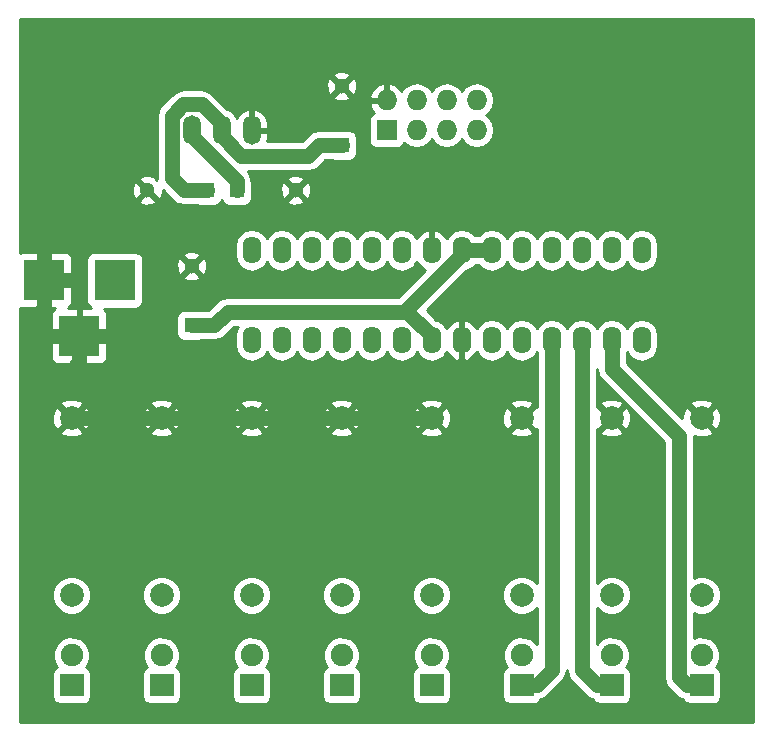
<source format=gbr>
G04 #@! TF.FileFunction,Copper,L1,Top,Signal*
%FSLAX46Y46*%
G04 Gerber Fmt 4.6, Leading zero omitted, Abs format (unit mm)*
G04 Created by KiCad (PCBNEW (2015-12-07 BZR 6352)-product) date Fri 05 Feb 2016 10:23:55 PM EST*
%MOMM*%
G01*
G04 APERTURE LIST*
%ADD10C,0.100000*%
%ADD11R,1.300000X1.300000*%
%ADD12C,1.300000*%
%ADD13R,3.500120X3.500120*%
%ADD14R,2.000000X1.900000*%
%ADD15C,1.900000*%
%ADD16O,1.600000X2.300000*%
%ADD17C,1.998980*%
%ADD18O,1.501140X2.499360*%
%ADD19R,1.727200X1.727200*%
%ADD20O,1.727200X1.727200*%
%ADD21C,1.270000*%
%ADD22C,0.254000*%
G04 APERTURE END LIST*
D10*
D11*
X19050000Y45720000D03*
D12*
X24050000Y45720000D03*
D11*
X16510000Y45720000D03*
D12*
X11510000Y45720000D03*
D13*
X8740140Y38100000D03*
X2740660Y38100000D03*
X5740400Y33401000D03*
D14*
X5080000Y3810000D03*
D15*
X5080000Y6350000D03*
D14*
X12700000Y3810000D03*
D15*
X12700000Y6350000D03*
D14*
X20320000Y3810000D03*
D15*
X20320000Y6350000D03*
D14*
X27940000Y3810000D03*
D15*
X27940000Y6350000D03*
D14*
X35560000Y3810000D03*
D15*
X35560000Y6350000D03*
D14*
X43180000Y3810000D03*
D15*
X43180000Y6350000D03*
D14*
X50800000Y3810000D03*
D15*
X50800000Y6350000D03*
D14*
X58420000Y3810000D03*
D15*
X58420000Y6350000D03*
D16*
X20320000Y33020000D03*
X22860000Y33020000D03*
X25400000Y33020000D03*
X27940000Y33020000D03*
X30480000Y33020000D03*
X33020000Y33020000D03*
X35560000Y33020000D03*
X38100000Y33020000D03*
X40640000Y33020000D03*
X43180000Y33020000D03*
X45720000Y33020000D03*
X48260000Y33020000D03*
X50800000Y33020000D03*
X53340000Y33020000D03*
X53340000Y40640000D03*
X50800000Y40640000D03*
X48260000Y40640000D03*
X45720000Y40640000D03*
X43180000Y40640000D03*
X40640000Y40640000D03*
X38100000Y40640000D03*
X35560000Y40640000D03*
X33020000Y40640000D03*
X30480000Y40640000D03*
X27940000Y40640000D03*
X25400000Y40640000D03*
X22860000Y40640000D03*
X20320000Y40640000D03*
D17*
X5080000Y26430000D03*
X5080000Y11430000D03*
X12700000Y26430000D03*
X12700000Y11430000D03*
X20320000Y26430000D03*
X20320000Y11430000D03*
X27940000Y26430000D03*
X27940000Y11430000D03*
X35560000Y26430000D03*
X35560000Y11430000D03*
X43180000Y26430000D03*
X43180000Y11430000D03*
X50800000Y26430000D03*
X50800000Y11430000D03*
X58420000Y26430000D03*
X58420000Y11430000D03*
D18*
X17780000Y50800000D03*
X20320000Y50800000D03*
X15240000Y50800000D03*
D19*
X31750000Y50800000D03*
D20*
X31750000Y53340000D03*
X34290000Y50800000D03*
X34290000Y53340000D03*
X36830000Y50800000D03*
X36830000Y53340000D03*
X39370000Y50800000D03*
X39370000Y53340000D03*
D11*
X15240000Y34290000D03*
D12*
X15240000Y39290000D03*
D11*
X27940000Y49530000D03*
D12*
X27940000Y54530000D03*
D21*
X19050000Y45720000D02*
X19050000Y46490890D01*
X15240000Y50300890D02*
X15240000Y50800000D01*
X19050000Y46490890D02*
X15240000Y50300890D01*
X38100000Y40640000D02*
X40640000Y40640000D01*
X33490000Y35440000D02*
X33490000Y35680000D01*
X33490000Y35680000D02*
X38100000Y40290000D01*
X38100000Y40290000D02*
X38100000Y40640000D01*
X15240000Y34290000D02*
X17160000Y34290000D01*
X17160000Y34290000D02*
X18310000Y35440000D01*
X18310000Y35440000D02*
X33490000Y35440000D01*
X33490000Y35440000D02*
X35560000Y33370000D01*
X35560000Y33370000D02*
X35560000Y33020000D01*
X5740400Y33401000D02*
X9779000Y33401000D01*
X5080000Y30480000D02*
X5740400Y31140400D01*
X5740400Y33401000D02*
X5740400Y31140400D01*
X2540000Y33220660D02*
X2720340Y33401000D01*
X5740400Y33401000D02*
X2720340Y33401000D01*
X2740660Y38100000D02*
X5080000Y38100000D01*
X2540000Y35560000D02*
X2740660Y35760660D01*
X2740660Y38100000D02*
X2740660Y35760660D01*
X2740660Y38100000D02*
X2740660Y40640000D01*
X2740660Y42979340D02*
X2740660Y40640000D01*
X12700000Y26430000D02*
X5080000Y26430000D01*
X20320000Y26430000D02*
X12700000Y26430000D01*
X27940000Y26430000D02*
X20320000Y26430000D01*
X35560000Y26430000D02*
X27940000Y26430000D01*
X17780000Y50800000D02*
X17780000Y50300890D01*
X19470380Y48610510D02*
X25100510Y48610510D01*
X17780000Y50300890D02*
X19470380Y48610510D01*
X25100510Y48610510D02*
X26020000Y49530000D01*
X26020000Y49530000D02*
X27940000Y49530000D01*
X17780000Y50800000D02*
X17780000Y51299110D01*
X17780000Y51299110D02*
X16089620Y52989490D01*
X16089620Y52989490D02*
X14539822Y52989490D01*
X14539822Y52989490D02*
X13549620Y51999288D01*
X16510000Y45720000D02*
X14590000Y45720000D01*
X14590000Y45720000D02*
X13549620Y46760380D01*
X13549620Y46760380D02*
X13549620Y51999288D01*
X44450000Y3810000D02*
X43180000Y3810000D01*
X45720000Y33020000D02*
X45720000Y5080000D01*
X44450000Y3810000D02*
X45720000Y5080000D01*
X48260000Y5080000D02*
X48260000Y33020000D01*
X49530000Y3810000D02*
X48260000Y5080000D01*
X49530000Y3810000D02*
X50800000Y3810000D01*
X58420000Y3810000D02*
X57150000Y3810000D01*
X57150000Y3810000D02*
X56480709Y4479291D01*
X56480709Y4479291D02*
X56480709Y24919291D01*
X56480709Y24919291D02*
X50800000Y30600000D01*
X50800000Y30600000D02*
X50800000Y33020000D01*
D22*
G36*
X62790000Y710000D02*
X710000Y710000D01*
X710000Y4760000D01*
X3432560Y4760000D01*
X3432560Y2860000D01*
X3476838Y2624683D01*
X3615910Y2408559D01*
X3828110Y2263569D01*
X4080000Y2212560D01*
X6080000Y2212560D01*
X6315317Y2256838D01*
X6531441Y2395910D01*
X6676431Y2608110D01*
X6727440Y2860000D01*
X6727440Y4760000D01*
X11052560Y4760000D01*
X11052560Y2860000D01*
X11096838Y2624683D01*
X11235910Y2408559D01*
X11448110Y2263569D01*
X11700000Y2212560D01*
X13700000Y2212560D01*
X13935317Y2256838D01*
X14151441Y2395910D01*
X14296431Y2608110D01*
X14347440Y2860000D01*
X14347440Y4760000D01*
X18672560Y4760000D01*
X18672560Y2860000D01*
X18716838Y2624683D01*
X18855910Y2408559D01*
X19068110Y2263569D01*
X19320000Y2212560D01*
X21320000Y2212560D01*
X21555317Y2256838D01*
X21771441Y2395910D01*
X21916431Y2608110D01*
X21967440Y2860000D01*
X21967440Y4760000D01*
X26292560Y4760000D01*
X26292560Y2860000D01*
X26336838Y2624683D01*
X26475910Y2408559D01*
X26688110Y2263569D01*
X26940000Y2212560D01*
X28940000Y2212560D01*
X29175317Y2256838D01*
X29391441Y2395910D01*
X29536431Y2608110D01*
X29587440Y2860000D01*
X29587440Y4760000D01*
X33912560Y4760000D01*
X33912560Y2860000D01*
X33956838Y2624683D01*
X34095910Y2408559D01*
X34308110Y2263569D01*
X34560000Y2212560D01*
X36560000Y2212560D01*
X36795317Y2256838D01*
X37011441Y2395910D01*
X37156431Y2608110D01*
X37207440Y2860000D01*
X37207440Y4760000D01*
X37163162Y4995317D01*
X37024090Y5211441D01*
X36811890Y5356431D01*
X36808808Y5357055D01*
X36902914Y5450997D01*
X37144724Y6033341D01*
X37145275Y6663893D01*
X36904481Y7246657D01*
X36459003Y7692914D01*
X35876659Y7934724D01*
X35246107Y7935275D01*
X34663343Y7694481D01*
X34217086Y7249003D01*
X33975276Y6666659D01*
X33974725Y6036107D01*
X34215519Y5453343D01*
X34313029Y5355663D01*
X34108559Y5224090D01*
X33963569Y5011890D01*
X33912560Y4760000D01*
X29587440Y4760000D01*
X29543162Y4995317D01*
X29404090Y5211441D01*
X29191890Y5356431D01*
X29188808Y5357055D01*
X29282914Y5450997D01*
X29524724Y6033341D01*
X29525275Y6663893D01*
X29284481Y7246657D01*
X28839003Y7692914D01*
X28256659Y7934724D01*
X27626107Y7935275D01*
X27043343Y7694481D01*
X26597086Y7249003D01*
X26355276Y6666659D01*
X26354725Y6036107D01*
X26595519Y5453343D01*
X26693029Y5355663D01*
X26488559Y5224090D01*
X26343569Y5011890D01*
X26292560Y4760000D01*
X21967440Y4760000D01*
X21923162Y4995317D01*
X21784090Y5211441D01*
X21571890Y5356431D01*
X21568808Y5357055D01*
X21662914Y5450997D01*
X21904724Y6033341D01*
X21905275Y6663893D01*
X21664481Y7246657D01*
X21219003Y7692914D01*
X20636659Y7934724D01*
X20006107Y7935275D01*
X19423343Y7694481D01*
X18977086Y7249003D01*
X18735276Y6666659D01*
X18734725Y6036107D01*
X18975519Y5453343D01*
X19073029Y5355663D01*
X18868559Y5224090D01*
X18723569Y5011890D01*
X18672560Y4760000D01*
X14347440Y4760000D01*
X14303162Y4995317D01*
X14164090Y5211441D01*
X13951890Y5356431D01*
X13948808Y5357055D01*
X14042914Y5450997D01*
X14284724Y6033341D01*
X14285275Y6663893D01*
X14044481Y7246657D01*
X13599003Y7692914D01*
X13016659Y7934724D01*
X12386107Y7935275D01*
X11803343Y7694481D01*
X11357086Y7249003D01*
X11115276Y6666659D01*
X11114725Y6036107D01*
X11355519Y5453343D01*
X11453029Y5355663D01*
X11248559Y5224090D01*
X11103569Y5011890D01*
X11052560Y4760000D01*
X6727440Y4760000D01*
X6683162Y4995317D01*
X6544090Y5211441D01*
X6331890Y5356431D01*
X6328808Y5357055D01*
X6422914Y5450997D01*
X6664724Y6033341D01*
X6665275Y6663893D01*
X6424481Y7246657D01*
X5979003Y7692914D01*
X5396659Y7934724D01*
X4766107Y7935275D01*
X4183343Y7694481D01*
X3737086Y7249003D01*
X3495276Y6666659D01*
X3494725Y6036107D01*
X3735519Y5453343D01*
X3833029Y5355663D01*
X3628559Y5224090D01*
X3483569Y5011890D01*
X3432560Y4760000D01*
X710000Y4760000D01*
X710000Y11106306D01*
X3445226Y11106306D01*
X3693538Y10505345D01*
X4152927Y10045154D01*
X4753453Y9795794D01*
X5403694Y9795226D01*
X6004655Y10043538D01*
X6464846Y10502927D01*
X6714206Y11103453D01*
X6714208Y11106306D01*
X11065226Y11106306D01*
X11313538Y10505345D01*
X11772927Y10045154D01*
X12373453Y9795794D01*
X13023694Y9795226D01*
X13624655Y10043538D01*
X14084846Y10502927D01*
X14334206Y11103453D01*
X14334208Y11106306D01*
X18685226Y11106306D01*
X18933538Y10505345D01*
X19392927Y10045154D01*
X19993453Y9795794D01*
X20643694Y9795226D01*
X21244655Y10043538D01*
X21704846Y10502927D01*
X21954206Y11103453D01*
X21954208Y11106306D01*
X26305226Y11106306D01*
X26553538Y10505345D01*
X27012927Y10045154D01*
X27613453Y9795794D01*
X28263694Y9795226D01*
X28864655Y10043538D01*
X29324846Y10502927D01*
X29574206Y11103453D01*
X29574208Y11106306D01*
X33925226Y11106306D01*
X34173538Y10505345D01*
X34632927Y10045154D01*
X35233453Y9795794D01*
X35883694Y9795226D01*
X36484655Y10043538D01*
X36944846Y10502927D01*
X37194206Y11103453D01*
X37194774Y11753694D01*
X36946462Y12354655D01*
X36487073Y12814846D01*
X35886547Y13064206D01*
X35236306Y13064774D01*
X34635345Y12816462D01*
X34175154Y12357073D01*
X33925794Y11756547D01*
X33925226Y11106306D01*
X29574208Y11106306D01*
X29574774Y11753694D01*
X29326462Y12354655D01*
X28867073Y12814846D01*
X28266547Y13064206D01*
X27616306Y13064774D01*
X27015345Y12816462D01*
X26555154Y12357073D01*
X26305794Y11756547D01*
X26305226Y11106306D01*
X21954208Y11106306D01*
X21954774Y11753694D01*
X21706462Y12354655D01*
X21247073Y12814846D01*
X20646547Y13064206D01*
X19996306Y13064774D01*
X19395345Y12816462D01*
X18935154Y12357073D01*
X18685794Y11756547D01*
X18685226Y11106306D01*
X14334208Y11106306D01*
X14334774Y11753694D01*
X14086462Y12354655D01*
X13627073Y12814846D01*
X13026547Y13064206D01*
X12376306Y13064774D01*
X11775345Y12816462D01*
X11315154Y12357073D01*
X11065794Y11756547D01*
X11065226Y11106306D01*
X6714208Y11106306D01*
X6714774Y11753694D01*
X6466462Y12354655D01*
X6007073Y12814846D01*
X5406547Y13064206D01*
X4756306Y13064774D01*
X4155345Y12816462D01*
X3695154Y12357073D01*
X3445794Y11756547D01*
X3445226Y11106306D01*
X710000Y11106306D01*
X710000Y25277837D01*
X4107443Y25277837D01*
X4206042Y25011035D01*
X4815582Y24784599D01*
X5465377Y24808659D01*
X5953958Y25011035D01*
X6052557Y25277837D01*
X11727443Y25277837D01*
X11826042Y25011035D01*
X12435582Y24784599D01*
X13085377Y24808659D01*
X13573958Y25011035D01*
X13672557Y25277837D01*
X19347443Y25277837D01*
X19446042Y25011035D01*
X20055582Y24784599D01*
X20705377Y24808659D01*
X21193958Y25011035D01*
X21292557Y25277837D01*
X26967443Y25277837D01*
X27066042Y25011035D01*
X27675582Y24784599D01*
X28325377Y24808659D01*
X28813958Y25011035D01*
X28912557Y25277837D01*
X34587443Y25277837D01*
X34686042Y25011035D01*
X35295582Y24784599D01*
X35945377Y24808659D01*
X36433958Y25011035D01*
X36532557Y25277837D01*
X42207443Y25277837D01*
X42306042Y25011035D01*
X42915582Y24784599D01*
X43565377Y24808659D01*
X44053958Y25011035D01*
X44152557Y25277837D01*
X43180000Y26250395D01*
X42207443Y25277837D01*
X36532557Y25277837D01*
X35560000Y26250395D01*
X34587443Y25277837D01*
X28912557Y25277837D01*
X27940000Y26250395D01*
X26967443Y25277837D01*
X21292557Y25277837D01*
X20320000Y26250395D01*
X19347443Y25277837D01*
X13672557Y25277837D01*
X12700000Y26250395D01*
X11727443Y25277837D01*
X6052557Y25277837D01*
X5080000Y26250395D01*
X4107443Y25277837D01*
X710000Y25277837D01*
X710000Y26694418D01*
X3434599Y26694418D01*
X3458659Y26044623D01*
X3661035Y25556042D01*
X3927837Y25457443D01*
X4900395Y26430000D01*
X5259605Y26430000D01*
X6232163Y25457443D01*
X6498965Y25556042D01*
X6725401Y26165582D01*
X6705820Y26694418D01*
X11054599Y26694418D01*
X11078659Y26044623D01*
X11281035Y25556042D01*
X11547837Y25457443D01*
X12520395Y26430000D01*
X12879605Y26430000D01*
X13852163Y25457443D01*
X14118965Y25556042D01*
X14345401Y26165582D01*
X14325820Y26694418D01*
X18674599Y26694418D01*
X18698659Y26044623D01*
X18901035Y25556042D01*
X19167837Y25457443D01*
X20140395Y26430000D01*
X20499605Y26430000D01*
X21472163Y25457443D01*
X21738965Y25556042D01*
X21965401Y26165582D01*
X21945820Y26694418D01*
X26294599Y26694418D01*
X26318659Y26044623D01*
X26521035Y25556042D01*
X26787837Y25457443D01*
X27760395Y26430000D01*
X28119605Y26430000D01*
X29092163Y25457443D01*
X29358965Y25556042D01*
X29585401Y26165582D01*
X29565820Y26694418D01*
X33914599Y26694418D01*
X33938659Y26044623D01*
X34141035Y25556042D01*
X34407837Y25457443D01*
X35380395Y26430000D01*
X35739605Y26430000D01*
X36712163Y25457443D01*
X36978965Y25556042D01*
X37205401Y26165582D01*
X37185820Y26694418D01*
X41534599Y26694418D01*
X41558659Y26044623D01*
X41761035Y25556042D01*
X42027837Y25457443D01*
X43000395Y26430000D01*
X42027837Y27402557D01*
X41761035Y27303958D01*
X41534599Y26694418D01*
X37185820Y26694418D01*
X37181341Y26815377D01*
X36978965Y27303958D01*
X36712163Y27402557D01*
X35739605Y26430000D01*
X35380395Y26430000D01*
X34407837Y27402557D01*
X34141035Y27303958D01*
X33914599Y26694418D01*
X29565820Y26694418D01*
X29561341Y26815377D01*
X29358965Y27303958D01*
X29092163Y27402557D01*
X28119605Y26430000D01*
X27760395Y26430000D01*
X26787837Y27402557D01*
X26521035Y27303958D01*
X26294599Y26694418D01*
X21945820Y26694418D01*
X21941341Y26815377D01*
X21738965Y27303958D01*
X21472163Y27402557D01*
X20499605Y26430000D01*
X20140395Y26430000D01*
X19167837Y27402557D01*
X18901035Y27303958D01*
X18674599Y26694418D01*
X14325820Y26694418D01*
X14321341Y26815377D01*
X14118965Y27303958D01*
X13852163Y27402557D01*
X12879605Y26430000D01*
X12520395Y26430000D01*
X11547837Y27402557D01*
X11281035Y27303958D01*
X11054599Y26694418D01*
X6705820Y26694418D01*
X6701341Y26815377D01*
X6498965Y27303958D01*
X6232163Y27402557D01*
X5259605Y26430000D01*
X4900395Y26430000D01*
X3927837Y27402557D01*
X3661035Y27303958D01*
X3434599Y26694418D01*
X710000Y26694418D01*
X710000Y27582163D01*
X4107443Y27582163D01*
X5080000Y26609605D01*
X6052557Y27582163D01*
X11727443Y27582163D01*
X12700000Y26609605D01*
X13672557Y27582163D01*
X19347443Y27582163D01*
X20320000Y26609605D01*
X21292557Y27582163D01*
X26967443Y27582163D01*
X27940000Y26609605D01*
X28912557Y27582163D01*
X34587443Y27582163D01*
X35560000Y26609605D01*
X36532557Y27582163D01*
X42207443Y27582163D01*
X43180000Y26609605D01*
X44152557Y27582163D01*
X44053958Y27848965D01*
X43444418Y28075401D01*
X42794623Y28051341D01*
X42306042Y27848965D01*
X42207443Y27582163D01*
X36532557Y27582163D01*
X36433958Y27848965D01*
X35824418Y28075401D01*
X35174623Y28051341D01*
X34686042Y27848965D01*
X34587443Y27582163D01*
X28912557Y27582163D01*
X28813958Y27848965D01*
X28204418Y28075401D01*
X27554623Y28051341D01*
X27066042Y27848965D01*
X26967443Y27582163D01*
X21292557Y27582163D01*
X21193958Y27848965D01*
X20584418Y28075401D01*
X19934623Y28051341D01*
X19446042Y27848965D01*
X19347443Y27582163D01*
X13672557Y27582163D01*
X13573958Y27848965D01*
X12964418Y28075401D01*
X12314623Y28051341D01*
X11826042Y27848965D01*
X11727443Y27582163D01*
X6052557Y27582163D01*
X5953958Y27848965D01*
X5344418Y28075401D01*
X4694623Y28051341D01*
X4206042Y27848965D01*
X4107443Y27582163D01*
X710000Y27582163D01*
X710000Y33115250D01*
X3355340Y33115250D01*
X3355340Y31524630D01*
X3452013Y31291241D01*
X3630642Y31112613D01*
X3864031Y31015940D01*
X5454650Y31015940D01*
X5613400Y31174690D01*
X5613400Y33274000D01*
X5867400Y33274000D01*
X5867400Y31174690D01*
X6026150Y31015940D01*
X7616769Y31015940D01*
X7850158Y31112613D01*
X8028787Y31291241D01*
X8125460Y31524630D01*
X8125460Y33115250D01*
X7966710Y33274000D01*
X5867400Y33274000D01*
X5613400Y33274000D01*
X3514090Y33274000D01*
X3355340Y33115250D01*
X710000Y33115250D01*
X710000Y35778849D01*
X864291Y35714940D01*
X2454910Y35714940D01*
X2613660Y35873690D01*
X2613660Y37973000D01*
X2867660Y37973000D01*
X2867660Y35873690D01*
X3026410Y35714940D01*
X3692332Y35714940D01*
X3630642Y35689387D01*
X3452013Y35510759D01*
X3355340Y35277370D01*
X3355340Y33686750D01*
X3514090Y33528000D01*
X5613400Y33528000D01*
X5613400Y35627310D01*
X5867400Y35627310D01*
X5867400Y33528000D01*
X7966710Y33528000D01*
X8125460Y33686750D01*
X8125460Y34940000D01*
X13942560Y34940000D01*
X13942560Y33640000D01*
X13986838Y33404683D01*
X14125910Y33188559D01*
X14338110Y33043569D01*
X14590000Y32992560D01*
X15890000Y32992560D01*
X16035831Y33020000D01*
X17159995Y33020000D01*
X17160000Y33019999D01*
X17646008Y33116673D01*
X18058026Y33391974D01*
X18836051Y34170000D01*
X19138479Y34170000D01*
X18994233Y33954121D01*
X18885000Y33404970D01*
X18885000Y32635030D01*
X18994233Y32085879D01*
X19305302Y31620332D01*
X19770849Y31309263D01*
X20320000Y31200030D01*
X20869151Y31309263D01*
X21334698Y31620332D01*
X21590000Y32002418D01*
X21845302Y31620332D01*
X22310849Y31309263D01*
X22860000Y31200030D01*
X23409151Y31309263D01*
X23874698Y31620332D01*
X24130000Y32002418D01*
X24385302Y31620332D01*
X24850849Y31309263D01*
X25400000Y31200030D01*
X25949151Y31309263D01*
X26414698Y31620332D01*
X26670000Y32002418D01*
X26925302Y31620332D01*
X27390849Y31309263D01*
X27940000Y31200030D01*
X28489151Y31309263D01*
X28954698Y31620332D01*
X29210000Y32002418D01*
X29465302Y31620332D01*
X29930849Y31309263D01*
X30480000Y31200030D01*
X31029151Y31309263D01*
X31494698Y31620332D01*
X31750000Y32002418D01*
X32005302Y31620332D01*
X32470849Y31309263D01*
X33020000Y31200030D01*
X33569151Y31309263D01*
X34034698Y31620332D01*
X34290000Y32002418D01*
X34545302Y31620332D01*
X35010849Y31309263D01*
X35560000Y31200030D01*
X36109151Y31309263D01*
X36574698Y31620332D01*
X36827149Y31998151D01*
X37175104Y31565500D01*
X37668181Y31295633D01*
X37750961Y31278096D01*
X37973000Y31400085D01*
X37973000Y32893000D01*
X37953000Y32893000D01*
X37953000Y33147000D01*
X37973000Y33147000D01*
X37973000Y34639915D01*
X38227000Y34639915D01*
X38227000Y33147000D01*
X38247000Y33147000D01*
X38247000Y32893000D01*
X38227000Y32893000D01*
X38227000Y31400085D01*
X38449039Y31278096D01*
X38531819Y31295633D01*
X39024896Y31565500D01*
X39372851Y31998151D01*
X39625302Y31620332D01*
X40090849Y31309263D01*
X40640000Y31200030D01*
X41189151Y31309263D01*
X41654698Y31620332D01*
X41910000Y32002418D01*
X42165302Y31620332D01*
X42630849Y31309263D01*
X43180000Y31200030D01*
X43729151Y31309263D01*
X44194698Y31620332D01*
X44450000Y32002418D01*
X44450000Y27359009D01*
X44332163Y27402557D01*
X43359605Y26430000D01*
X44332163Y25457443D01*
X44450000Y25500991D01*
X44450000Y12471320D01*
X44107073Y12814846D01*
X43506547Y13064206D01*
X42856306Y13064774D01*
X42255345Y12816462D01*
X41795154Y12357073D01*
X41545794Y11756547D01*
X41545226Y11106306D01*
X41793538Y10505345D01*
X42252927Y10045154D01*
X42853453Y9795794D01*
X43503694Y9795226D01*
X44104655Y10043538D01*
X44450000Y10388281D01*
X44450000Y7321268D01*
X44079003Y7692914D01*
X43496659Y7934724D01*
X42866107Y7935275D01*
X42283343Y7694481D01*
X41837086Y7249003D01*
X41595276Y6666659D01*
X41594725Y6036107D01*
X41835519Y5453343D01*
X41933029Y5355663D01*
X41728559Y5224090D01*
X41583569Y5011890D01*
X41532560Y4760000D01*
X41532560Y2860000D01*
X41576838Y2624683D01*
X41715910Y2408559D01*
X41928110Y2263569D01*
X42180000Y2212560D01*
X44180000Y2212560D01*
X44415317Y2256838D01*
X44631441Y2395910D01*
X44773917Y2604431D01*
X44936008Y2636673D01*
X45348026Y2911974D01*
X46618023Y4181972D01*
X46618026Y4181974D01*
X46893327Y4593992D01*
X46990000Y5079997D01*
X47086673Y4593992D01*
X47361974Y4181974D01*
X48631972Y2911977D01*
X48631974Y2911974D01*
X49043992Y2636673D01*
X49210426Y2603567D01*
X49335910Y2408559D01*
X49548110Y2263569D01*
X49800000Y2212560D01*
X51800000Y2212560D01*
X52035317Y2256838D01*
X52251441Y2395910D01*
X52396431Y2608110D01*
X52447440Y2860000D01*
X52447440Y4760000D01*
X52403162Y4995317D01*
X52264090Y5211441D01*
X52051890Y5356431D01*
X52048808Y5357055D01*
X52142914Y5450997D01*
X52384724Y6033341D01*
X52385275Y6663893D01*
X52144481Y7246657D01*
X51699003Y7692914D01*
X51116659Y7934724D01*
X50486107Y7935275D01*
X49903343Y7694481D01*
X49530000Y7321790D01*
X49530000Y10388680D01*
X49872927Y10045154D01*
X50473453Y9795794D01*
X51123694Y9795226D01*
X51724655Y10043538D01*
X52184846Y10502927D01*
X52434206Y11103453D01*
X52434774Y11753694D01*
X52186462Y12354655D01*
X51727073Y12814846D01*
X51126547Y13064206D01*
X50476306Y13064774D01*
X49875345Y12816462D01*
X49530000Y12471719D01*
X49530000Y25277837D01*
X49827443Y25277837D01*
X49926042Y25011035D01*
X50535582Y24784599D01*
X51185377Y24808659D01*
X51673958Y25011035D01*
X51772557Y25277837D01*
X50800000Y26250395D01*
X49827443Y25277837D01*
X49530000Y25277837D01*
X49530000Y25500991D01*
X49647837Y25457443D01*
X50620395Y26430000D01*
X50979605Y26430000D01*
X51952163Y25457443D01*
X52218965Y25556042D01*
X52445401Y26165582D01*
X52421341Y26815377D01*
X52218965Y27303958D01*
X51952163Y27402557D01*
X50979605Y26430000D01*
X50620395Y26430000D01*
X49647837Y27402557D01*
X49530000Y27359009D01*
X49530000Y27582163D01*
X49827443Y27582163D01*
X50800000Y26609605D01*
X51772557Y27582163D01*
X51673958Y27848965D01*
X51064418Y28075401D01*
X50414623Y28051341D01*
X49926042Y27848965D01*
X49827443Y27582163D01*
X49530000Y27582163D01*
X49530000Y30599995D01*
X49626673Y30113992D01*
X49901974Y29701974D01*
X55210709Y24393240D01*
X55210709Y4479296D01*
X55210708Y4479291D01*
X55307382Y3993283D01*
X55582683Y3581265D01*
X56251972Y2911977D01*
X56251974Y2911974D01*
X56663992Y2636673D01*
X56830426Y2603567D01*
X56955910Y2408559D01*
X57168110Y2263569D01*
X57420000Y2212560D01*
X59420000Y2212560D01*
X59655317Y2256838D01*
X59871441Y2395910D01*
X60016431Y2608110D01*
X60067440Y2860000D01*
X60067440Y4760000D01*
X60023162Y4995317D01*
X59884090Y5211441D01*
X59671890Y5356431D01*
X59668808Y5357055D01*
X59762914Y5450997D01*
X60004724Y6033341D01*
X60005275Y6663893D01*
X59764481Y7246657D01*
X59319003Y7692914D01*
X58736659Y7934724D01*
X58106107Y7935275D01*
X57750709Y7788427D01*
X57750709Y9938114D01*
X58093453Y9795794D01*
X58743694Y9795226D01*
X59344655Y10043538D01*
X59804846Y10502927D01*
X60054206Y11103453D01*
X60054774Y11753694D01*
X59806462Y12354655D01*
X59347073Y12814846D01*
X58746547Y13064206D01*
X58096306Y13064774D01*
X57750709Y12921976D01*
X57750709Y24919286D01*
X57750710Y24919291D01*
X57747335Y24936257D01*
X58155582Y24784599D01*
X58805377Y24808659D01*
X59293958Y25011035D01*
X59392557Y25277837D01*
X58420000Y26250395D01*
X58405858Y26236252D01*
X58226252Y26415858D01*
X58240395Y26430000D01*
X58599605Y26430000D01*
X59572163Y25457443D01*
X59838965Y25556042D01*
X60065401Y26165582D01*
X60041341Y26815377D01*
X59838965Y27303958D01*
X59572163Y27402557D01*
X58599605Y26430000D01*
X58240395Y26430000D01*
X57267837Y27402557D01*
X57001035Y27303958D01*
X56774599Y26694418D01*
X56785095Y26410956D01*
X55613889Y27582163D01*
X57447443Y27582163D01*
X58420000Y26609605D01*
X59392557Y27582163D01*
X59293958Y27848965D01*
X58684418Y28075401D01*
X58034623Y28051341D01*
X57546042Y27848965D01*
X57447443Y27582163D01*
X55613889Y27582163D01*
X52070000Y31126052D01*
X52070000Y32002418D01*
X52325302Y31620332D01*
X52790849Y31309263D01*
X53340000Y31200030D01*
X53889151Y31309263D01*
X54354698Y31620332D01*
X54665767Y32085879D01*
X54775000Y32635030D01*
X54775000Y33404970D01*
X54665767Y33954121D01*
X54354698Y34419668D01*
X53889151Y34730737D01*
X53340000Y34839970D01*
X52790849Y34730737D01*
X52325302Y34419668D01*
X52070000Y34037582D01*
X51814698Y34419668D01*
X51349151Y34730737D01*
X50800000Y34839970D01*
X50250849Y34730737D01*
X49785302Y34419668D01*
X49530000Y34037582D01*
X49274698Y34419668D01*
X48809151Y34730737D01*
X48260000Y34839970D01*
X47710849Y34730737D01*
X47245302Y34419668D01*
X46990000Y34037582D01*
X46734698Y34419668D01*
X46269151Y34730737D01*
X45720000Y34839970D01*
X45170849Y34730737D01*
X44705302Y34419668D01*
X44450000Y34037582D01*
X44194698Y34419668D01*
X43729151Y34730737D01*
X43180000Y34839970D01*
X42630849Y34730737D01*
X42165302Y34419668D01*
X41910000Y34037582D01*
X41654698Y34419668D01*
X41189151Y34730737D01*
X40640000Y34839970D01*
X40090849Y34730737D01*
X39625302Y34419668D01*
X39372851Y34041849D01*
X39024896Y34474500D01*
X38531819Y34744367D01*
X38449039Y34761904D01*
X38227000Y34639915D01*
X37973000Y34639915D01*
X37750961Y34761904D01*
X37668181Y34744367D01*
X37175104Y34474500D01*
X36827149Y34041849D01*
X36574698Y34419668D01*
X36109151Y34730737D01*
X35967049Y34759003D01*
X35166052Y35560000D01*
X38507048Y38900997D01*
X38649151Y38929263D01*
X39114698Y39240332D01*
X39201340Y39370000D01*
X39538660Y39370000D01*
X39625302Y39240332D01*
X40090849Y38929263D01*
X40640000Y38820030D01*
X41189151Y38929263D01*
X41654698Y39240332D01*
X41910000Y39622418D01*
X42165302Y39240332D01*
X42630849Y38929263D01*
X43180000Y38820030D01*
X43729151Y38929263D01*
X44194698Y39240332D01*
X44450000Y39622418D01*
X44705302Y39240332D01*
X45170849Y38929263D01*
X45720000Y38820030D01*
X46269151Y38929263D01*
X46734698Y39240332D01*
X46990000Y39622418D01*
X47245302Y39240332D01*
X47710849Y38929263D01*
X48260000Y38820030D01*
X48809151Y38929263D01*
X49274698Y39240332D01*
X49530000Y39622418D01*
X49785302Y39240332D01*
X50250849Y38929263D01*
X50800000Y38820030D01*
X51349151Y38929263D01*
X51814698Y39240332D01*
X52070000Y39622418D01*
X52325302Y39240332D01*
X52790849Y38929263D01*
X53340000Y38820030D01*
X53889151Y38929263D01*
X54354698Y39240332D01*
X54665767Y39705879D01*
X54775000Y40255030D01*
X54775000Y41024970D01*
X54665767Y41574121D01*
X54354698Y42039668D01*
X53889151Y42350737D01*
X53340000Y42459970D01*
X52790849Y42350737D01*
X52325302Y42039668D01*
X52070000Y41657582D01*
X51814698Y42039668D01*
X51349151Y42350737D01*
X50800000Y42459970D01*
X50250849Y42350737D01*
X49785302Y42039668D01*
X49530000Y41657582D01*
X49274698Y42039668D01*
X48809151Y42350737D01*
X48260000Y42459970D01*
X47710849Y42350737D01*
X47245302Y42039668D01*
X46990000Y41657582D01*
X46734698Y42039668D01*
X46269151Y42350737D01*
X45720000Y42459970D01*
X45170849Y42350737D01*
X44705302Y42039668D01*
X44450000Y41657582D01*
X44194698Y42039668D01*
X43729151Y42350737D01*
X43180000Y42459970D01*
X42630849Y42350737D01*
X42165302Y42039668D01*
X41910000Y41657582D01*
X41654698Y42039668D01*
X41189151Y42350737D01*
X40640000Y42459970D01*
X40090849Y42350737D01*
X39625302Y42039668D01*
X39538660Y41910000D01*
X39201340Y41910000D01*
X39114698Y42039668D01*
X38649151Y42350737D01*
X38100000Y42459970D01*
X37550849Y42350737D01*
X37085302Y42039668D01*
X36832851Y41661849D01*
X36484896Y42094500D01*
X35991819Y42364367D01*
X35909039Y42381904D01*
X35687000Y42259915D01*
X35687000Y40767000D01*
X35707000Y40767000D01*
X35707000Y40513000D01*
X35687000Y40513000D01*
X35687000Y40493000D01*
X35433000Y40493000D01*
X35433000Y40513000D01*
X35413000Y40513000D01*
X35413000Y40767000D01*
X35433000Y40767000D01*
X35433000Y42259915D01*
X35210961Y42381904D01*
X35128181Y42364367D01*
X34635104Y42094500D01*
X34287149Y41661849D01*
X34034698Y42039668D01*
X33569151Y42350737D01*
X33020000Y42459970D01*
X32470849Y42350737D01*
X32005302Y42039668D01*
X31750000Y41657582D01*
X31494698Y42039668D01*
X31029151Y42350737D01*
X30480000Y42459970D01*
X29930849Y42350737D01*
X29465302Y42039668D01*
X29210000Y41657582D01*
X28954698Y42039668D01*
X28489151Y42350737D01*
X27940000Y42459970D01*
X27390849Y42350737D01*
X26925302Y42039668D01*
X26670000Y41657582D01*
X26414698Y42039668D01*
X25949151Y42350737D01*
X25400000Y42459970D01*
X24850849Y42350737D01*
X24385302Y42039668D01*
X24130000Y41657582D01*
X23874698Y42039668D01*
X23409151Y42350737D01*
X22860000Y42459970D01*
X22310849Y42350737D01*
X21845302Y42039668D01*
X21590000Y41657582D01*
X21334698Y42039668D01*
X20869151Y42350737D01*
X20320000Y42459970D01*
X19770849Y42350737D01*
X19305302Y42039668D01*
X18994233Y41574121D01*
X18885000Y41024970D01*
X18885000Y40255030D01*
X18994233Y39705879D01*
X19305302Y39240332D01*
X19770849Y38929263D01*
X20320000Y38820030D01*
X20869151Y38929263D01*
X21334698Y39240332D01*
X21590000Y39622418D01*
X21845302Y39240332D01*
X22310849Y38929263D01*
X22860000Y38820030D01*
X23409151Y38929263D01*
X23874698Y39240332D01*
X24130000Y39622418D01*
X24385302Y39240332D01*
X24850849Y38929263D01*
X25400000Y38820030D01*
X25949151Y38929263D01*
X26414698Y39240332D01*
X26670000Y39622418D01*
X26925302Y39240332D01*
X27390849Y38929263D01*
X27940000Y38820030D01*
X28489151Y38929263D01*
X28954698Y39240332D01*
X29210000Y39622418D01*
X29465302Y39240332D01*
X29930849Y38929263D01*
X30480000Y38820030D01*
X31029151Y38929263D01*
X31494698Y39240332D01*
X31750000Y39622418D01*
X32005302Y39240332D01*
X32470849Y38929263D01*
X33020000Y38820030D01*
X33569151Y38929263D01*
X34034698Y39240332D01*
X34287149Y39618151D01*
X34635104Y39185500D01*
X34999830Y38985881D01*
X32723948Y36710000D01*
X18310005Y36710000D01*
X18310000Y36710001D01*
X17823992Y36613327D01*
X17411974Y36338026D01*
X17411972Y36338023D01*
X16633948Y35560000D01*
X16025503Y35560000D01*
X15890000Y35587440D01*
X14590000Y35587440D01*
X14354683Y35543162D01*
X14138559Y35404090D01*
X13993569Y35191890D01*
X13942560Y34940000D01*
X8125460Y34940000D01*
X8125460Y35277370D01*
X8028787Y35510759D01*
X7850158Y35689387D01*
X7818500Y35702500D01*
X10490200Y35702500D01*
X10725517Y35746778D01*
X10941641Y35885850D01*
X11086631Y36098050D01*
X11137640Y36349940D01*
X11137640Y38390984D01*
X14520590Y38390984D01*
X14576271Y38160389D01*
X15059078Y37992378D01*
X15569428Y38021917D01*
X15903729Y38160389D01*
X15959410Y38390984D01*
X15240000Y39110395D01*
X14520590Y38390984D01*
X11137640Y38390984D01*
X11137640Y39470922D01*
X13942378Y39470922D01*
X13971917Y38960572D01*
X14110389Y38626271D01*
X14340984Y38570590D01*
X15060395Y39290000D01*
X15419605Y39290000D01*
X16139016Y38570590D01*
X16369611Y38626271D01*
X16537622Y39109078D01*
X16508083Y39619428D01*
X16369611Y39953729D01*
X16139016Y40009410D01*
X15419605Y39290000D01*
X15060395Y39290000D01*
X14340984Y40009410D01*
X14110389Y39953729D01*
X13942378Y39470922D01*
X11137640Y39470922D01*
X11137640Y39850060D01*
X11093362Y40085377D01*
X11026673Y40189016D01*
X14520590Y40189016D01*
X15240000Y39469605D01*
X15959410Y40189016D01*
X15903729Y40419611D01*
X15420922Y40587622D01*
X14910572Y40558083D01*
X14576271Y40419611D01*
X14520590Y40189016D01*
X11026673Y40189016D01*
X10954290Y40301501D01*
X10742090Y40446491D01*
X10490200Y40497500D01*
X6990080Y40497500D01*
X6754763Y40453222D01*
X6538639Y40314150D01*
X6393649Y40101950D01*
X6342640Y39850060D01*
X6342640Y36349940D01*
X6386918Y36114623D01*
X6525990Y35898499D01*
X6690550Y35786060D01*
X6026150Y35786060D01*
X5867400Y35627310D01*
X5613400Y35627310D01*
X5454650Y35786060D01*
X4788728Y35786060D01*
X4850418Y35811613D01*
X5029047Y35990241D01*
X5125720Y36223630D01*
X5125720Y37814250D01*
X4966970Y37973000D01*
X2867660Y37973000D01*
X2613660Y37973000D01*
X2593660Y37973000D01*
X2593660Y38227000D01*
X2613660Y38227000D01*
X2613660Y40326310D01*
X2867660Y40326310D01*
X2867660Y38227000D01*
X4966970Y38227000D01*
X5125720Y38385750D01*
X5125720Y39976370D01*
X5029047Y40209759D01*
X4850418Y40388387D01*
X4617029Y40485060D01*
X3026410Y40485060D01*
X2867660Y40326310D01*
X2613660Y40326310D01*
X2454910Y40485060D01*
X864291Y40485060D01*
X710000Y40421151D01*
X710000Y44820984D01*
X10790590Y44820984D01*
X10846271Y44590389D01*
X11329078Y44422378D01*
X11839428Y44451917D01*
X12173729Y44590389D01*
X12229410Y44820984D01*
X11510000Y45540395D01*
X10790590Y44820984D01*
X710000Y44820984D01*
X710000Y45900922D01*
X10212378Y45900922D01*
X10241917Y45390572D01*
X10380389Y45056271D01*
X10610984Y45000590D01*
X11330395Y45720000D01*
X10610984Y46439410D01*
X10380389Y46383729D01*
X10212378Y45900922D01*
X710000Y45900922D01*
X710000Y46619016D01*
X10790590Y46619016D01*
X11510000Y45899605D01*
X11524142Y45913748D01*
X11703748Y45734142D01*
X11689605Y45720000D01*
X12409016Y45000590D01*
X12639611Y45056271D01*
X12807622Y45539078D01*
X12797347Y45716601D01*
X13691972Y44821977D01*
X13691974Y44821974D01*
X14038566Y44590389D01*
X14103992Y44546673D01*
X14590000Y44449999D01*
X14590005Y44450000D01*
X15724497Y44450000D01*
X15860000Y44422560D01*
X17160000Y44422560D01*
X17395317Y44466838D01*
X17611441Y44605910D01*
X17756431Y44818110D01*
X17778993Y44929523D01*
X17796838Y44834683D01*
X17935910Y44618559D01*
X18148110Y44473569D01*
X18400000Y44422560D01*
X19700000Y44422560D01*
X19935317Y44466838D01*
X20151441Y44605910D01*
X20296431Y44818110D01*
X20297012Y44820984D01*
X23330590Y44820984D01*
X23386271Y44590389D01*
X23869078Y44422378D01*
X24379428Y44451917D01*
X24713729Y44590389D01*
X24769410Y44820984D01*
X24050000Y45540395D01*
X23330590Y44820984D01*
X20297012Y44820984D01*
X20347440Y45070000D01*
X20347440Y45900922D01*
X22752378Y45900922D01*
X22781917Y45390572D01*
X22920389Y45056271D01*
X23150984Y45000590D01*
X23870395Y45720000D01*
X24229605Y45720000D01*
X24949016Y45000590D01*
X25179611Y45056271D01*
X25347622Y45539078D01*
X25318083Y46049428D01*
X25179611Y46383729D01*
X24949016Y46439410D01*
X24229605Y45720000D01*
X23870395Y45720000D01*
X23150984Y46439410D01*
X22920389Y46383729D01*
X22752378Y45900922D01*
X20347440Y45900922D01*
X20347440Y46370000D01*
X20303162Y46605317D01*
X20294590Y46618638D01*
X20294515Y46619016D01*
X23330590Y46619016D01*
X24050000Y45899605D01*
X24769410Y46619016D01*
X24713729Y46849611D01*
X24230922Y47017622D01*
X23720572Y46988083D01*
X23386271Y46849611D01*
X23330590Y46619016D01*
X20294515Y46619016D01*
X20223327Y46976898D01*
X19980370Y47340509D01*
X19980370Y47340510D01*
X25100505Y47340510D01*
X25100510Y47340509D01*
X25586518Y47437183D01*
X25998536Y47712484D01*
X26546051Y48260000D01*
X27154497Y48260000D01*
X27290000Y48232560D01*
X28590000Y48232560D01*
X28825317Y48276838D01*
X29041441Y48415910D01*
X29186431Y48628110D01*
X29237440Y48880000D01*
X29237440Y50180000D01*
X29193162Y50415317D01*
X29054090Y50631441D01*
X28841890Y50776431D01*
X28590000Y50827440D01*
X27290000Y50827440D01*
X27144169Y50800000D01*
X26020000Y50800000D01*
X25533992Y50703327D01*
X25121974Y50428026D01*
X25121972Y50428023D01*
X24574458Y49880510D01*
X21618739Y49880510D01*
X21705570Y50173890D01*
X21705570Y50673000D01*
X20447000Y50673000D01*
X20447000Y50653000D01*
X20193000Y50653000D01*
X20193000Y50673000D01*
X20173000Y50673000D01*
X20173000Y50927000D01*
X20193000Y50927000D01*
X20193000Y52519339D01*
X20447000Y52519339D01*
X20447000Y50927000D01*
X21705570Y50927000D01*
X21705570Y51426110D01*
X21635281Y51663600D01*
X30238960Y51663600D01*
X30238960Y49936400D01*
X30283238Y49701083D01*
X30422310Y49484959D01*
X30634510Y49339969D01*
X30886400Y49288960D01*
X32613600Y49288960D01*
X32848917Y49333238D01*
X33065041Y49472310D01*
X33210031Y49684510D01*
X33218864Y49728131D01*
X33230330Y49710971D01*
X33716511Y49386115D01*
X34290000Y49272041D01*
X34863489Y49386115D01*
X35349670Y49710971D01*
X35560000Y50025752D01*
X35770330Y49710971D01*
X36256511Y49386115D01*
X36830000Y49272041D01*
X37403489Y49386115D01*
X37889670Y49710971D01*
X38100000Y50025752D01*
X38310330Y49710971D01*
X38796511Y49386115D01*
X39370000Y49272041D01*
X39943489Y49386115D01*
X40429670Y49710971D01*
X40754526Y50197152D01*
X40868600Y50770641D01*
X40868600Y50829359D01*
X40754526Y51402848D01*
X40429670Y51889029D01*
X40158828Y52070000D01*
X40429670Y52250971D01*
X40754526Y52737152D01*
X40868600Y53310641D01*
X40868600Y53369359D01*
X40754526Y53942848D01*
X40429670Y54429029D01*
X39943489Y54753885D01*
X39370000Y54867959D01*
X38796511Y54753885D01*
X38310330Y54429029D01*
X38100000Y54114248D01*
X37889670Y54429029D01*
X37403489Y54753885D01*
X36830000Y54867959D01*
X36256511Y54753885D01*
X35770330Y54429029D01*
X35560000Y54114248D01*
X35349670Y54429029D01*
X34863489Y54753885D01*
X34290000Y54867959D01*
X33716511Y54753885D01*
X33230330Y54429029D01*
X33014336Y54105772D01*
X32956821Y54228490D01*
X32524947Y54622688D01*
X32109026Y54794958D01*
X31877000Y54673817D01*
X31877000Y53467000D01*
X31897000Y53467000D01*
X31897000Y53213000D01*
X31877000Y53213000D01*
X31877000Y53193000D01*
X31623000Y53193000D01*
X31623000Y53213000D01*
X30415531Y53213000D01*
X30295032Y52980973D01*
X30543179Y52451510D01*
X30729433Y52281505D01*
X30651083Y52266762D01*
X30434959Y52127690D01*
X30289969Y51915490D01*
X30238960Y51663600D01*
X21635281Y51663600D01*
X21551499Y51946677D01*
X21209944Y52368658D01*
X20732903Y52627810D01*
X20661275Y52641993D01*
X20447000Y52519339D01*
X20193000Y52519339D01*
X19978725Y52641993D01*
X19907097Y52627810D01*
X19430056Y52368658D01*
X19088501Y51946677D01*
X19061950Y51856968D01*
X19060100Y51866268D01*
X18759746Y52315779D01*
X18310235Y52616133D01*
X18246314Y52628848D01*
X17244178Y53630984D01*
X27220590Y53630984D01*
X27276271Y53400389D01*
X27759078Y53232378D01*
X28269428Y53261917D01*
X28603729Y53400389D01*
X28659410Y53630984D01*
X28591368Y53699027D01*
X30295032Y53699027D01*
X30415531Y53467000D01*
X31623000Y53467000D01*
X31623000Y54673817D01*
X31390974Y54794958D01*
X30975053Y54622688D01*
X30543179Y54228490D01*
X30295032Y53699027D01*
X28591368Y53699027D01*
X27940000Y54350395D01*
X27220590Y53630984D01*
X17244178Y53630984D01*
X16987646Y53887516D01*
X16575628Y54162817D01*
X16089620Y54259491D01*
X16089615Y54259490D01*
X14539822Y54259490D01*
X14053814Y54162817D01*
X13641796Y53887516D01*
X12651594Y52897314D01*
X12376293Y52485296D01*
X12279619Y51999288D01*
X12279620Y51999283D01*
X12279620Y46760385D01*
X12279619Y46760380D01*
X12294742Y46684350D01*
X12229410Y46619018D01*
X12173729Y46849611D01*
X11690922Y47017622D01*
X11180572Y46988083D01*
X10846271Y46849611D01*
X10790590Y46619016D01*
X710000Y46619016D01*
X710000Y54710922D01*
X26642378Y54710922D01*
X26671917Y54200572D01*
X26810389Y53866271D01*
X27040984Y53810590D01*
X27760395Y54530000D01*
X28119605Y54530000D01*
X28839016Y53810590D01*
X29069611Y53866271D01*
X29237622Y54349078D01*
X29208083Y54859428D01*
X29069611Y55193729D01*
X28839016Y55249410D01*
X28119605Y54530000D01*
X27760395Y54530000D01*
X27040984Y55249410D01*
X26810389Y55193729D01*
X26642378Y54710922D01*
X710000Y54710922D01*
X710000Y55429016D01*
X27220590Y55429016D01*
X27940000Y54709605D01*
X28659410Y55429016D01*
X28603729Y55659611D01*
X28120922Y55827622D01*
X27610572Y55798083D01*
X27276271Y55659611D01*
X27220590Y55429016D01*
X710000Y55429016D01*
X710000Y60250000D01*
X62790000Y60250000D01*
X62790000Y710000D01*
X62790000Y710000D01*
G37*
X62790000Y710000D02*
X710000Y710000D01*
X710000Y4760000D01*
X3432560Y4760000D01*
X3432560Y2860000D01*
X3476838Y2624683D01*
X3615910Y2408559D01*
X3828110Y2263569D01*
X4080000Y2212560D01*
X6080000Y2212560D01*
X6315317Y2256838D01*
X6531441Y2395910D01*
X6676431Y2608110D01*
X6727440Y2860000D01*
X6727440Y4760000D01*
X11052560Y4760000D01*
X11052560Y2860000D01*
X11096838Y2624683D01*
X11235910Y2408559D01*
X11448110Y2263569D01*
X11700000Y2212560D01*
X13700000Y2212560D01*
X13935317Y2256838D01*
X14151441Y2395910D01*
X14296431Y2608110D01*
X14347440Y2860000D01*
X14347440Y4760000D01*
X18672560Y4760000D01*
X18672560Y2860000D01*
X18716838Y2624683D01*
X18855910Y2408559D01*
X19068110Y2263569D01*
X19320000Y2212560D01*
X21320000Y2212560D01*
X21555317Y2256838D01*
X21771441Y2395910D01*
X21916431Y2608110D01*
X21967440Y2860000D01*
X21967440Y4760000D01*
X26292560Y4760000D01*
X26292560Y2860000D01*
X26336838Y2624683D01*
X26475910Y2408559D01*
X26688110Y2263569D01*
X26940000Y2212560D01*
X28940000Y2212560D01*
X29175317Y2256838D01*
X29391441Y2395910D01*
X29536431Y2608110D01*
X29587440Y2860000D01*
X29587440Y4760000D01*
X33912560Y4760000D01*
X33912560Y2860000D01*
X33956838Y2624683D01*
X34095910Y2408559D01*
X34308110Y2263569D01*
X34560000Y2212560D01*
X36560000Y2212560D01*
X36795317Y2256838D01*
X37011441Y2395910D01*
X37156431Y2608110D01*
X37207440Y2860000D01*
X37207440Y4760000D01*
X37163162Y4995317D01*
X37024090Y5211441D01*
X36811890Y5356431D01*
X36808808Y5357055D01*
X36902914Y5450997D01*
X37144724Y6033341D01*
X37145275Y6663893D01*
X36904481Y7246657D01*
X36459003Y7692914D01*
X35876659Y7934724D01*
X35246107Y7935275D01*
X34663343Y7694481D01*
X34217086Y7249003D01*
X33975276Y6666659D01*
X33974725Y6036107D01*
X34215519Y5453343D01*
X34313029Y5355663D01*
X34108559Y5224090D01*
X33963569Y5011890D01*
X33912560Y4760000D01*
X29587440Y4760000D01*
X29543162Y4995317D01*
X29404090Y5211441D01*
X29191890Y5356431D01*
X29188808Y5357055D01*
X29282914Y5450997D01*
X29524724Y6033341D01*
X29525275Y6663893D01*
X29284481Y7246657D01*
X28839003Y7692914D01*
X28256659Y7934724D01*
X27626107Y7935275D01*
X27043343Y7694481D01*
X26597086Y7249003D01*
X26355276Y6666659D01*
X26354725Y6036107D01*
X26595519Y5453343D01*
X26693029Y5355663D01*
X26488559Y5224090D01*
X26343569Y5011890D01*
X26292560Y4760000D01*
X21967440Y4760000D01*
X21923162Y4995317D01*
X21784090Y5211441D01*
X21571890Y5356431D01*
X21568808Y5357055D01*
X21662914Y5450997D01*
X21904724Y6033341D01*
X21905275Y6663893D01*
X21664481Y7246657D01*
X21219003Y7692914D01*
X20636659Y7934724D01*
X20006107Y7935275D01*
X19423343Y7694481D01*
X18977086Y7249003D01*
X18735276Y6666659D01*
X18734725Y6036107D01*
X18975519Y5453343D01*
X19073029Y5355663D01*
X18868559Y5224090D01*
X18723569Y5011890D01*
X18672560Y4760000D01*
X14347440Y4760000D01*
X14303162Y4995317D01*
X14164090Y5211441D01*
X13951890Y5356431D01*
X13948808Y5357055D01*
X14042914Y5450997D01*
X14284724Y6033341D01*
X14285275Y6663893D01*
X14044481Y7246657D01*
X13599003Y7692914D01*
X13016659Y7934724D01*
X12386107Y7935275D01*
X11803343Y7694481D01*
X11357086Y7249003D01*
X11115276Y6666659D01*
X11114725Y6036107D01*
X11355519Y5453343D01*
X11453029Y5355663D01*
X11248559Y5224090D01*
X11103569Y5011890D01*
X11052560Y4760000D01*
X6727440Y4760000D01*
X6683162Y4995317D01*
X6544090Y5211441D01*
X6331890Y5356431D01*
X6328808Y5357055D01*
X6422914Y5450997D01*
X6664724Y6033341D01*
X6665275Y6663893D01*
X6424481Y7246657D01*
X5979003Y7692914D01*
X5396659Y7934724D01*
X4766107Y7935275D01*
X4183343Y7694481D01*
X3737086Y7249003D01*
X3495276Y6666659D01*
X3494725Y6036107D01*
X3735519Y5453343D01*
X3833029Y5355663D01*
X3628559Y5224090D01*
X3483569Y5011890D01*
X3432560Y4760000D01*
X710000Y4760000D01*
X710000Y11106306D01*
X3445226Y11106306D01*
X3693538Y10505345D01*
X4152927Y10045154D01*
X4753453Y9795794D01*
X5403694Y9795226D01*
X6004655Y10043538D01*
X6464846Y10502927D01*
X6714206Y11103453D01*
X6714208Y11106306D01*
X11065226Y11106306D01*
X11313538Y10505345D01*
X11772927Y10045154D01*
X12373453Y9795794D01*
X13023694Y9795226D01*
X13624655Y10043538D01*
X14084846Y10502927D01*
X14334206Y11103453D01*
X14334208Y11106306D01*
X18685226Y11106306D01*
X18933538Y10505345D01*
X19392927Y10045154D01*
X19993453Y9795794D01*
X20643694Y9795226D01*
X21244655Y10043538D01*
X21704846Y10502927D01*
X21954206Y11103453D01*
X21954208Y11106306D01*
X26305226Y11106306D01*
X26553538Y10505345D01*
X27012927Y10045154D01*
X27613453Y9795794D01*
X28263694Y9795226D01*
X28864655Y10043538D01*
X29324846Y10502927D01*
X29574206Y11103453D01*
X29574208Y11106306D01*
X33925226Y11106306D01*
X34173538Y10505345D01*
X34632927Y10045154D01*
X35233453Y9795794D01*
X35883694Y9795226D01*
X36484655Y10043538D01*
X36944846Y10502927D01*
X37194206Y11103453D01*
X37194774Y11753694D01*
X36946462Y12354655D01*
X36487073Y12814846D01*
X35886547Y13064206D01*
X35236306Y13064774D01*
X34635345Y12816462D01*
X34175154Y12357073D01*
X33925794Y11756547D01*
X33925226Y11106306D01*
X29574208Y11106306D01*
X29574774Y11753694D01*
X29326462Y12354655D01*
X28867073Y12814846D01*
X28266547Y13064206D01*
X27616306Y13064774D01*
X27015345Y12816462D01*
X26555154Y12357073D01*
X26305794Y11756547D01*
X26305226Y11106306D01*
X21954208Y11106306D01*
X21954774Y11753694D01*
X21706462Y12354655D01*
X21247073Y12814846D01*
X20646547Y13064206D01*
X19996306Y13064774D01*
X19395345Y12816462D01*
X18935154Y12357073D01*
X18685794Y11756547D01*
X18685226Y11106306D01*
X14334208Y11106306D01*
X14334774Y11753694D01*
X14086462Y12354655D01*
X13627073Y12814846D01*
X13026547Y13064206D01*
X12376306Y13064774D01*
X11775345Y12816462D01*
X11315154Y12357073D01*
X11065794Y11756547D01*
X11065226Y11106306D01*
X6714208Y11106306D01*
X6714774Y11753694D01*
X6466462Y12354655D01*
X6007073Y12814846D01*
X5406547Y13064206D01*
X4756306Y13064774D01*
X4155345Y12816462D01*
X3695154Y12357073D01*
X3445794Y11756547D01*
X3445226Y11106306D01*
X710000Y11106306D01*
X710000Y25277837D01*
X4107443Y25277837D01*
X4206042Y25011035D01*
X4815582Y24784599D01*
X5465377Y24808659D01*
X5953958Y25011035D01*
X6052557Y25277837D01*
X11727443Y25277837D01*
X11826042Y25011035D01*
X12435582Y24784599D01*
X13085377Y24808659D01*
X13573958Y25011035D01*
X13672557Y25277837D01*
X19347443Y25277837D01*
X19446042Y25011035D01*
X20055582Y24784599D01*
X20705377Y24808659D01*
X21193958Y25011035D01*
X21292557Y25277837D01*
X26967443Y25277837D01*
X27066042Y25011035D01*
X27675582Y24784599D01*
X28325377Y24808659D01*
X28813958Y25011035D01*
X28912557Y25277837D01*
X34587443Y25277837D01*
X34686042Y25011035D01*
X35295582Y24784599D01*
X35945377Y24808659D01*
X36433958Y25011035D01*
X36532557Y25277837D01*
X42207443Y25277837D01*
X42306042Y25011035D01*
X42915582Y24784599D01*
X43565377Y24808659D01*
X44053958Y25011035D01*
X44152557Y25277837D01*
X43180000Y26250395D01*
X42207443Y25277837D01*
X36532557Y25277837D01*
X35560000Y26250395D01*
X34587443Y25277837D01*
X28912557Y25277837D01*
X27940000Y26250395D01*
X26967443Y25277837D01*
X21292557Y25277837D01*
X20320000Y26250395D01*
X19347443Y25277837D01*
X13672557Y25277837D01*
X12700000Y26250395D01*
X11727443Y25277837D01*
X6052557Y25277837D01*
X5080000Y26250395D01*
X4107443Y25277837D01*
X710000Y25277837D01*
X710000Y26694418D01*
X3434599Y26694418D01*
X3458659Y26044623D01*
X3661035Y25556042D01*
X3927837Y25457443D01*
X4900395Y26430000D01*
X5259605Y26430000D01*
X6232163Y25457443D01*
X6498965Y25556042D01*
X6725401Y26165582D01*
X6705820Y26694418D01*
X11054599Y26694418D01*
X11078659Y26044623D01*
X11281035Y25556042D01*
X11547837Y25457443D01*
X12520395Y26430000D01*
X12879605Y26430000D01*
X13852163Y25457443D01*
X14118965Y25556042D01*
X14345401Y26165582D01*
X14325820Y26694418D01*
X18674599Y26694418D01*
X18698659Y26044623D01*
X18901035Y25556042D01*
X19167837Y25457443D01*
X20140395Y26430000D01*
X20499605Y26430000D01*
X21472163Y25457443D01*
X21738965Y25556042D01*
X21965401Y26165582D01*
X21945820Y26694418D01*
X26294599Y26694418D01*
X26318659Y26044623D01*
X26521035Y25556042D01*
X26787837Y25457443D01*
X27760395Y26430000D01*
X28119605Y26430000D01*
X29092163Y25457443D01*
X29358965Y25556042D01*
X29585401Y26165582D01*
X29565820Y26694418D01*
X33914599Y26694418D01*
X33938659Y26044623D01*
X34141035Y25556042D01*
X34407837Y25457443D01*
X35380395Y26430000D01*
X35739605Y26430000D01*
X36712163Y25457443D01*
X36978965Y25556042D01*
X37205401Y26165582D01*
X37185820Y26694418D01*
X41534599Y26694418D01*
X41558659Y26044623D01*
X41761035Y25556042D01*
X42027837Y25457443D01*
X43000395Y26430000D01*
X42027837Y27402557D01*
X41761035Y27303958D01*
X41534599Y26694418D01*
X37185820Y26694418D01*
X37181341Y26815377D01*
X36978965Y27303958D01*
X36712163Y27402557D01*
X35739605Y26430000D01*
X35380395Y26430000D01*
X34407837Y27402557D01*
X34141035Y27303958D01*
X33914599Y26694418D01*
X29565820Y26694418D01*
X29561341Y26815377D01*
X29358965Y27303958D01*
X29092163Y27402557D01*
X28119605Y26430000D01*
X27760395Y26430000D01*
X26787837Y27402557D01*
X26521035Y27303958D01*
X26294599Y26694418D01*
X21945820Y26694418D01*
X21941341Y26815377D01*
X21738965Y27303958D01*
X21472163Y27402557D01*
X20499605Y26430000D01*
X20140395Y26430000D01*
X19167837Y27402557D01*
X18901035Y27303958D01*
X18674599Y26694418D01*
X14325820Y26694418D01*
X14321341Y26815377D01*
X14118965Y27303958D01*
X13852163Y27402557D01*
X12879605Y26430000D01*
X12520395Y26430000D01*
X11547837Y27402557D01*
X11281035Y27303958D01*
X11054599Y26694418D01*
X6705820Y26694418D01*
X6701341Y26815377D01*
X6498965Y27303958D01*
X6232163Y27402557D01*
X5259605Y26430000D01*
X4900395Y26430000D01*
X3927837Y27402557D01*
X3661035Y27303958D01*
X3434599Y26694418D01*
X710000Y26694418D01*
X710000Y27582163D01*
X4107443Y27582163D01*
X5080000Y26609605D01*
X6052557Y27582163D01*
X11727443Y27582163D01*
X12700000Y26609605D01*
X13672557Y27582163D01*
X19347443Y27582163D01*
X20320000Y26609605D01*
X21292557Y27582163D01*
X26967443Y27582163D01*
X27940000Y26609605D01*
X28912557Y27582163D01*
X34587443Y27582163D01*
X35560000Y26609605D01*
X36532557Y27582163D01*
X42207443Y27582163D01*
X43180000Y26609605D01*
X44152557Y27582163D01*
X44053958Y27848965D01*
X43444418Y28075401D01*
X42794623Y28051341D01*
X42306042Y27848965D01*
X42207443Y27582163D01*
X36532557Y27582163D01*
X36433958Y27848965D01*
X35824418Y28075401D01*
X35174623Y28051341D01*
X34686042Y27848965D01*
X34587443Y27582163D01*
X28912557Y27582163D01*
X28813958Y27848965D01*
X28204418Y28075401D01*
X27554623Y28051341D01*
X27066042Y27848965D01*
X26967443Y27582163D01*
X21292557Y27582163D01*
X21193958Y27848965D01*
X20584418Y28075401D01*
X19934623Y28051341D01*
X19446042Y27848965D01*
X19347443Y27582163D01*
X13672557Y27582163D01*
X13573958Y27848965D01*
X12964418Y28075401D01*
X12314623Y28051341D01*
X11826042Y27848965D01*
X11727443Y27582163D01*
X6052557Y27582163D01*
X5953958Y27848965D01*
X5344418Y28075401D01*
X4694623Y28051341D01*
X4206042Y27848965D01*
X4107443Y27582163D01*
X710000Y27582163D01*
X710000Y33115250D01*
X3355340Y33115250D01*
X3355340Y31524630D01*
X3452013Y31291241D01*
X3630642Y31112613D01*
X3864031Y31015940D01*
X5454650Y31015940D01*
X5613400Y31174690D01*
X5613400Y33274000D01*
X5867400Y33274000D01*
X5867400Y31174690D01*
X6026150Y31015940D01*
X7616769Y31015940D01*
X7850158Y31112613D01*
X8028787Y31291241D01*
X8125460Y31524630D01*
X8125460Y33115250D01*
X7966710Y33274000D01*
X5867400Y33274000D01*
X5613400Y33274000D01*
X3514090Y33274000D01*
X3355340Y33115250D01*
X710000Y33115250D01*
X710000Y35778849D01*
X864291Y35714940D01*
X2454910Y35714940D01*
X2613660Y35873690D01*
X2613660Y37973000D01*
X2867660Y37973000D01*
X2867660Y35873690D01*
X3026410Y35714940D01*
X3692332Y35714940D01*
X3630642Y35689387D01*
X3452013Y35510759D01*
X3355340Y35277370D01*
X3355340Y33686750D01*
X3514090Y33528000D01*
X5613400Y33528000D01*
X5613400Y35627310D01*
X5867400Y35627310D01*
X5867400Y33528000D01*
X7966710Y33528000D01*
X8125460Y33686750D01*
X8125460Y34940000D01*
X13942560Y34940000D01*
X13942560Y33640000D01*
X13986838Y33404683D01*
X14125910Y33188559D01*
X14338110Y33043569D01*
X14590000Y32992560D01*
X15890000Y32992560D01*
X16035831Y33020000D01*
X17159995Y33020000D01*
X17160000Y33019999D01*
X17646008Y33116673D01*
X18058026Y33391974D01*
X18836051Y34170000D01*
X19138479Y34170000D01*
X18994233Y33954121D01*
X18885000Y33404970D01*
X18885000Y32635030D01*
X18994233Y32085879D01*
X19305302Y31620332D01*
X19770849Y31309263D01*
X20320000Y31200030D01*
X20869151Y31309263D01*
X21334698Y31620332D01*
X21590000Y32002418D01*
X21845302Y31620332D01*
X22310849Y31309263D01*
X22860000Y31200030D01*
X23409151Y31309263D01*
X23874698Y31620332D01*
X24130000Y32002418D01*
X24385302Y31620332D01*
X24850849Y31309263D01*
X25400000Y31200030D01*
X25949151Y31309263D01*
X26414698Y31620332D01*
X26670000Y32002418D01*
X26925302Y31620332D01*
X27390849Y31309263D01*
X27940000Y31200030D01*
X28489151Y31309263D01*
X28954698Y31620332D01*
X29210000Y32002418D01*
X29465302Y31620332D01*
X29930849Y31309263D01*
X30480000Y31200030D01*
X31029151Y31309263D01*
X31494698Y31620332D01*
X31750000Y32002418D01*
X32005302Y31620332D01*
X32470849Y31309263D01*
X33020000Y31200030D01*
X33569151Y31309263D01*
X34034698Y31620332D01*
X34290000Y32002418D01*
X34545302Y31620332D01*
X35010849Y31309263D01*
X35560000Y31200030D01*
X36109151Y31309263D01*
X36574698Y31620332D01*
X36827149Y31998151D01*
X37175104Y31565500D01*
X37668181Y31295633D01*
X37750961Y31278096D01*
X37973000Y31400085D01*
X37973000Y32893000D01*
X37953000Y32893000D01*
X37953000Y33147000D01*
X37973000Y33147000D01*
X37973000Y34639915D01*
X38227000Y34639915D01*
X38227000Y33147000D01*
X38247000Y33147000D01*
X38247000Y32893000D01*
X38227000Y32893000D01*
X38227000Y31400085D01*
X38449039Y31278096D01*
X38531819Y31295633D01*
X39024896Y31565500D01*
X39372851Y31998151D01*
X39625302Y31620332D01*
X40090849Y31309263D01*
X40640000Y31200030D01*
X41189151Y31309263D01*
X41654698Y31620332D01*
X41910000Y32002418D01*
X42165302Y31620332D01*
X42630849Y31309263D01*
X43180000Y31200030D01*
X43729151Y31309263D01*
X44194698Y31620332D01*
X44450000Y32002418D01*
X44450000Y27359009D01*
X44332163Y27402557D01*
X43359605Y26430000D01*
X44332163Y25457443D01*
X44450000Y25500991D01*
X44450000Y12471320D01*
X44107073Y12814846D01*
X43506547Y13064206D01*
X42856306Y13064774D01*
X42255345Y12816462D01*
X41795154Y12357073D01*
X41545794Y11756547D01*
X41545226Y11106306D01*
X41793538Y10505345D01*
X42252927Y10045154D01*
X42853453Y9795794D01*
X43503694Y9795226D01*
X44104655Y10043538D01*
X44450000Y10388281D01*
X44450000Y7321268D01*
X44079003Y7692914D01*
X43496659Y7934724D01*
X42866107Y7935275D01*
X42283343Y7694481D01*
X41837086Y7249003D01*
X41595276Y6666659D01*
X41594725Y6036107D01*
X41835519Y5453343D01*
X41933029Y5355663D01*
X41728559Y5224090D01*
X41583569Y5011890D01*
X41532560Y4760000D01*
X41532560Y2860000D01*
X41576838Y2624683D01*
X41715910Y2408559D01*
X41928110Y2263569D01*
X42180000Y2212560D01*
X44180000Y2212560D01*
X44415317Y2256838D01*
X44631441Y2395910D01*
X44773917Y2604431D01*
X44936008Y2636673D01*
X45348026Y2911974D01*
X46618023Y4181972D01*
X46618026Y4181974D01*
X46893327Y4593992D01*
X46990000Y5079997D01*
X47086673Y4593992D01*
X47361974Y4181974D01*
X48631972Y2911977D01*
X48631974Y2911974D01*
X49043992Y2636673D01*
X49210426Y2603567D01*
X49335910Y2408559D01*
X49548110Y2263569D01*
X49800000Y2212560D01*
X51800000Y2212560D01*
X52035317Y2256838D01*
X52251441Y2395910D01*
X52396431Y2608110D01*
X52447440Y2860000D01*
X52447440Y4760000D01*
X52403162Y4995317D01*
X52264090Y5211441D01*
X52051890Y5356431D01*
X52048808Y5357055D01*
X52142914Y5450997D01*
X52384724Y6033341D01*
X52385275Y6663893D01*
X52144481Y7246657D01*
X51699003Y7692914D01*
X51116659Y7934724D01*
X50486107Y7935275D01*
X49903343Y7694481D01*
X49530000Y7321790D01*
X49530000Y10388680D01*
X49872927Y10045154D01*
X50473453Y9795794D01*
X51123694Y9795226D01*
X51724655Y10043538D01*
X52184846Y10502927D01*
X52434206Y11103453D01*
X52434774Y11753694D01*
X52186462Y12354655D01*
X51727073Y12814846D01*
X51126547Y13064206D01*
X50476306Y13064774D01*
X49875345Y12816462D01*
X49530000Y12471719D01*
X49530000Y25277837D01*
X49827443Y25277837D01*
X49926042Y25011035D01*
X50535582Y24784599D01*
X51185377Y24808659D01*
X51673958Y25011035D01*
X51772557Y25277837D01*
X50800000Y26250395D01*
X49827443Y25277837D01*
X49530000Y25277837D01*
X49530000Y25500991D01*
X49647837Y25457443D01*
X50620395Y26430000D01*
X50979605Y26430000D01*
X51952163Y25457443D01*
X52218965Y25556042D01*
X52445401Y26165582D01*
X52421341Y26815377D01*
X52218965Y27303958D01*
X51952163Y27402557D01*
X50979605Y26430000D01*
X50620395Y26430000D01*
X49647837Y27402557D01*
X49530000Y27359009D01*
X49530000Y27582163D01*
X49827443Y27582163D01*
X50800000Y26609605D01*
X51772557Y27582163D01*
X51673958Y27848965D01*
X51064418Y28075401D01*
X50414623Y28051341D01*
X49926042Y27848965D01*
X49827443Y27582163D01*
X49530000Y27582163D01*
X49530000Y30599995D01*
X49626673Y30113992D01*
X49901974Y29701974D01*
X55210709Y24393240D01*
X55210709Y4479296D01*
X55210708Y4479291D01*
X55307382Y3993283D01*
X55582683Y3581265D01*
X56251972Y2911977D01*
X56251974Y2911974D01*
X56663992Y2636673D01*
X56830426Y2603567D01*
X56955910Y2408559D01*
X57168110Y2263569D01*
X57420000Y2212560D01*
X59420000Y2212560D01*
X59655317Y2256838D01*
X59871441Y2395910D01*
X60016431Y2608110D01*
X60067440Y2860000D01*
X60067440Y4760000D01*
X60023162Y4995317D01*
X59884090Y5211441D01*
X59671890Y5356431D01*
X59668808Y5357055D01*
X59762914Y5450997D01*
X60004724Y6033341D01*
X60005275Y6663893D01*
X59764481Y7246657D01*
X59319003Y7692914D01*
X58736659Y7934724D01*
X58106107Y7935275D01*
X57750709Y7788427D01*
X57750709Y9938114D01*
X58093453Y9795794D01*
X58743694Y9795226D01*
X59344655Y10043538D01*
X59804846Y10502927D01*
X60054206Y11103453D01*
X60054774Y11753694D01*
X59806462Y12354655D01*
X59347073Y12814846D01*
X58746547Y13064206D01*
X58096306Y13064774D01*
X57750709Y12921976D01*
X57750709Y24919286D01*
X57750710Y24919291D01*
X57747335Y24936257D01*
X58155582Y24784599D01*
X58805377Y24808659D01*
X59293958Y25011035D01*
X59392557Y25277837D01*
X58420000Y26250395D01*
X58405858Y26236252D01*
X58226252Y26415858D01*
X58240395Y26430000D01*
X58599605Y26430000D01*
X59572163Y25457443D01*
X59838965Y25556042D01*
X60065401Y26165582D01*
X60041341Y26815377D01*
X59838965Y27303958D01*
X59572163Y27402557D01*
X58599605Y26430000D01*
X58240395Y26430000D01*
X57267837Y27402557D01*
X57001035Y27303958D01*
X56774599Y26694418D01*
X56785095Y26410956D01*
X55613889Y27582163D01*
X57447443Y27582163D01*
X58420000Y26609605D01*
X59392557Y27582163D01*
X59293958Y27848965D01*
X58684418Y28075401D01*
X58034623Y28051341D01*
X57546042Y27848965D01*
X57447443Y27582163D01*
X55613889Y27582163D01*
X52070000Y31126052D01*
X52070000Y32002418D01*
X52325302Y31620332D01*
X52790849Y31309263D01*
X53340000Y31200030D01*
X53889151Y31309263D01*
X54354698Y31620332D01*
X54665767Y32085879D01*
X54775000Y32635030D01*
X54775000Y33404970D01*
X54665767Y33954121D01*
X54354698Y34419668D01*
X53889151Y34730737D01*
X53340000Y34839970D01*
X52790849Y34730737D01*
X52325302Y34419668D01*
X52070000Y34037582D01*
X51814698Y34419668D01*
X51349151Y34730737D01*
X50800000Y34839970D01*
X50250849Y34730737D01*
X49785302Y34419668D01*
X49530000Y34037582D01*
X49274698Y34419668D01*
X48809151Y34730737D01*
X48260000Y34839970D01*
X47710849Y34730737D01*
X47245302Y34419668D01*
X46990000Y34037582D01*
X46734698Y34419668D01*
X46269151Y34730737D01*
X45720000Y34839970D01*
X45170849Y34730737D01*
X44705302Y34419668D01*
X44450000Y34037582D01*
X44194698Y34419668D01*
X43729151Y34730737D01*
X43180000Y34839970D01*
X42630849Y34730737D01*
X42165302Y34419668D01*
X41910000Y34037582D01*
X41654698Y34419668D01*
X41189151Y34730737D01*
X40640000Y34839970D01*
X40090849Y34730737D01*
X39625302Y34419668D01*
X39372851Y34041849D01*
X39024896Y34474500D01*
X38531819Y34744367D01*
X38449039Y34761904D01*
X38227000Y34639915D01*
X37973000Y34639915D01*
X37750961Y34761904D01*
X37668181Y34744367D01*
X37175104Y34474500D01*
X36827149Y34041849D01*
X36574698Y34419668D01*
X36109151Y34730737D01*
X35967049Y34759003D01*
X35166052Y35560000D01*
X38507048Y38900997D01*
X38649151Y38929263D01*
X39114698Y39240332D01*
X39201340Y39370000D01*
X39538660Y39370000D01*
X39625302Y39240332D01*
X40090849Y38929263D01*
X40640000Y38820030D01*
X41189151Y38929263D01*
X41654698Y39240332D01*
X41910000Y39622418D01*
X42165302Y39240332D01*
X42630849Y38929263D01*
X43180000Y38820030D01*
X43729151Y38929263D01*
X44194698Y39240332D01*
X44450000Y39622418D01*
X44705302Y39240332D01*
X45170849Y38929263D01*
X45720000Y38820030D01*
X46269151Y38929263D01*
X46734698Y39240332D01*
X46990000Y39622418D01*
X47245302Y39240332D01*
X47710849Y38929263D01*
X48260000Y38820030D01*
X48809151Y38929263D01*
X49274698Y39240332D01*
X49530000Y39622418D01*
X49785302Y39240332D01*
X50250849Y38929263D01*
X50800000Y38820030D01*
X51349151Y38929263D01*
X51814698Y39240332D01*
X52070000Y39622418D01*
X52325302Y39240332D01*
X52790849Y38929263D01*
X53340000Y38820030D01*
X53889151Y38929263D01*
X54354698Y39240332D01*
X54665767Y39705879D01*
X54775000Y40255030D01*
X54775000Y41024970D01*
X54665767Y41574121D01*
X54354698Y42039668D01*
X53889151Y42350737D01*
X53340000Y42459970D01*
X52790849Y42350737D01*
X52325302Y42039668D01*
X52070000Y41657582D01*
X51814698Y42039668D01*
X51349151Y42350737D01*
X50800000Y42459970D01*
X50250849Y42350737D01*
X49785302Y42039668D01*
X49530000Y41657582D01*
X49274698Y42039668D01*
X48809151Y42350737D01*
X48260000Y42459970D01*
X47710849Y42350737D01*
X47245302Y42039668D01*
X46990000Y41657582D01*
X46734698Y42039668D01*
X46269151Y42350737D01*
X45720000Y42459970D01*
X45170849Y42350737D01*
X44705302Y42039668D01*
X44450000Y41657582D01*
X44194698Y42039668D01*
X43729151Y42350737D01*
X43180000Y42459970D01*
X42630849Y42350737D01*
X42165302Y42039668D01*
X41910000Y41657582D01*
X41654698Y42039668D01*
X41189151Y42350737D01*
X40640000Y42459970D01*
X40090849Y42350737D01*
X39625302Y42039668D01*
X39538660Y41910000D01*
X39201340Y41910000D01*
X39114698Y42039668D01*
X38649151Y42350737D01*
X38100000Y42459970D01*
X37550849Y42350737D01*
X37085302Y42039668D01*
X36832851Y41661849D01*
X36484896Y42094500D01*
X35991819Y42364367D01*
X35909039Y42381904D01*
X35687000Y42259915D01*
X35687000Y40767000D01*
X35707000Y40767000D01*
X35707000Y40513000D01*
X35687000Y40513000D01*
X35687000Y40493000D01*
X35433000Y40493000D01*
X35433000Y40513000D01*
X35413000Y40513000D01*
X35413000Y40767000D01*
X35433000Y40767000D01*
X35433000Y42259915D01*
X35210961Y42381904D01*
X35128181Y42364367D01*
X34635104Y42094500D01*
X34287149Y41661849D01*
X34034698Y42039668D01*
X33569151Y42350737D01*
X33020000Y42459970D01*
X32470849Y42350737D01*
X32005302Y42039668D01*
X31750000Y41657582D01*
X31494698Y42039668D01*
X31029151Y42350737D01*
X30480000Y42459970D01*
X29930849Y42350737D01*
X29465302Y42039668D01*
X29210000Y41657582D01*
X28954698Y42039668D01*
X28489151Y42350737D01*
X27940000Y42459970D01*
X27390849Y42350737D01*
X26925302Y42039668D01*
X26670000Y41657582D01*
X26414698Y42039668D01*
X25949151Y42350737D01*
X25400000Y42459970D01*
X24850849Y42350737D01*
X24385302Y42039668D01*
X24130000Y41657582D01*
X23874698Y42039668D01*
X23409151Y42350737D01*
X22860000Y42459970D01*
X22310849Y42350737D01*
X21845302Y42039668D01*
X21590000Y41657582D01*
X21334698Y42039668D01*
X20869151Y42350737D01*
X20320000Y42459970D01*
X19770849Y42350737D01*
X19305302Y42039668D01*
X18994233Y41574121D01*
X18885000Y41024970D01*
X18885000Y40255030D01*
X18994233Y39705879D01*
X19305302Y39240332D01*
X19770849Y38929263D01*
X20320000Y38820030D01*
X20869151Y38929263D01*
X21334698Y39240332D01*
X21590000Y39622418D01*
X21845302Y39240332D01*
X22310849Y38929263D01*
X22860000Y38820030D01*
X23409151Y38929263D01*
X23874698Y39240332D01*
X24130000Y39622418D01*
X24385302Y39240332D01*
X24850849Y38929263D01*
X25400000Y38820030D01*
X25949151Y38929263D01*
X26414698Y39240332D01*
X26670000Y39622418D01*
X26925302Y39240332D01*
X27390849Y38929263D01*
X27940000Y38820030D01*
X28489151Y38929263D01*
X28954698Y39240332D01*
X29210000Y39622418D01*
X29465302Y39240332D01*
X29930849Y38929263D01*
X30480000Y38820030D01*
X31029151Y38929263D01*
X31494698Y39240332D01*
X31750000Y39622418D01*
X32005302Y39240332D01*
X32470849Y38929263D01*
X33020000Y38820030D01*
X33569151Y38929263D01*
X34034698Y39240332D01*
X34287149Y39618151D01*
X34635104Y39185500D01*
X34999830Y38985881D01*
X32723948Y36710000D01*
X18310005Y36710000D01*
X18310000Y36710001D01*
X17823992Y36613327D01*
X17411974Y36338026D01*
X17411972Y36338023D01*
X16633948Y35560000D01*
X16025503Y35560000D01*
X15890000Y35587440D01*
X14590000Y35587440D01*
X14354683Y35543162D01*
X14138559Y35404090D01*
X13993569Y35191890D01*
X13942560Y34940000D01*
X8125460Y34940000D01*
X8125460Y35277370D01*
X8028787Y35510759D01*
X7850158Y35689387D01*
X7818500Y35702500D01*
X10490200Y35702500D01*
X10725517Y35746778D01*
X10941641Y35885850D01*
X11086631Y36098050D01*
X11137640Y36349940D01*
X11137640Y38390984D01*
X14520590Y38390984D01*
X14576271Y38160389D01*
X15059078Y37992378D01*
X15569428Y38021917D01*
X15903729Y38160389D01*
X15959410Y38390984D01*
X15240000Y39110395D01*
X14520590Y38390984D01*
X11137640Y38390984D01*
X11137640Y39470922D01*
X13942378Y39470922D01*
X13971917Y38960572D01*
X14110389Y38626271D01*
X14340984Y38570590D01*
X15060395Y39290000D01*
X15419605Y39290000D01*
X16139016Y38570590D01*
X16369611Y38626271D01*
X16537622Y39109078D01*
X16508083Y39619428D01*
X16369611Y39953729D01*
X16139016Y40009410D01*
X15419605Y39290000D01*
X15060395Y39290000D01*
X14340984Y40009410D01*
X14110389Y39953729D01*
X13942378Y39470922D01*
X11137640Y39470922D01*
X11137640Y39850060D01*
X11093362Y40085377D01*
X11026673Y40189016D01*
X14520590Y40189016D01*
X15240000Y39469605D01*
X15959410Y40189016D01*
X15903729Y40419611D01*
X15420922Y40587622D01*
X14910572Y40558083D01*
X14576271Y40419611D01*
X14520590Y40189016D01*
X11026673Y40189016D01*
X10954290Y40301501D01*
X10742090Y40446491D01*
X10490200Y40497500D01*
X6990080Y40497500D01*
X6754763Y40453222D01*
X6538639Y40314150D01*
X6393649Y40101950D01*
X6342640Y39850060D01*
X6342640Y36349940D01*
X6386918Y36114623D01*
X6525990Y35898499D01*
X6690550Y35786060D01*
X6026150Y35786060D01*
X5867400Y35627310D01*
X5613400Y35627310D01*
X5454650Y35786060D01*
X4788728Y35786060D01*
X4850418Y35811613D01*
X5029047Y35990241D01*
X5125720Y36223630D01*
X5125720Y37814250D01*
X4966970Y37973000D01*
X2867660Y37973000D01*
X2613660Y37973000D01*
X2593660Y37973000D01*
X2593660Y38227000D01*
X2613660Y38227000D01*
X2613660Y40326310D01*
X2867660Y40326310D01*
X2867660Y38227000D01*
X4966970Y38227000D01*
X5125720Y38385750D01*
X5125720Y39976370D01*
X5029047Y40209759D01*
X4850418Y40388387D01*
X4617029Y40485060D01*
X3026410Y40485060D01*
X2867660Y40326310D01*
X2613660Y40326310D01*
X2454910Y40485060D01*
X864291Y40485060D01*
X710000Y40421151D01*
X710000Y44820984D01*
X10790590Y44820984D01*
X10846271Y44590389D01*
X11329078Y44422378D01*
X11839428Y44451917D01*
X12173729Y44590389D01*
X12229410Y44820984D01*
X11510000Y45540395D01*
X10790590Y44820984D01*
X710000Y44820984D01*
X710000Y45900922D01*
X10212378Y45900922D01*
X10241917Y45390572D01*
X10380389Y45056271D01*
X10610984Y45000590D01*
X11330395Y45720000D01*
X10610984Y46439410D01*
X10380389Y46383729D01*
X10212378Y45900922D01*
X710000Y45900922D01*
X710000Y46619016D01*
X10790590Y46619016D01*
X11510000Y45899605D01*
X11524142Y45913748D01*
X11703748Y45734142D01*
X11689605Y45720000D01*
X12409016Y45000590D01*
X12639611Y45056271D01*
X12807622Y45539078D01*
X12797347Y45716601D01*
X13691972Y44821977D01*
X13691974Y44821974D01*
X14038566Y44590389D01*
X14103992Y44546673D01*
X14590000Y44449999D01*
X14590005Y44450000D01*
X15724497Y44450000D01*
X15860000Y44422560D01*
X17160000Y44422560D01*
X17395317Y44466838D01*
X17611441Y44605910D01*
X17756431Y44818110D01*
X17778993Y44929523D01*
X17796838Y44834683D01*
X17935910Y44618559D01*
X18148110Y44473569D01*
X18400000Y44422560D01*
X19700000Y44422560D01*
X19935317Y44466838D01*
X20151441Y44605910D01*
X20296431Y44818110D01*
X20297012Y44820984D01*
X23330590Y44820984D01*
X23386271Y44590389D01*
X23869078Y44422378D01*
X24379428Y44451917D01*
X24713729Y44590389D01*
X24769410Y44820984D01*
X24050000Y45540395D01*
X23330590Y44820984D01*
X20297012Y44820984D01*
X20347440Y45070000D01*
X20347440Y45900922D01*
X22752378Y45900922D01*
X22781917Y45390572D01*
X22920389Y45056271D01*
X23150984Y45000590D01*
X23870395Y45720000D01*
X24229605Y45720000D01*
X24949016Y45000590D01*
X25179611Y45056271D01*
X25347622Y45539078D01*
X25318083Y46049428D01*
X25179611Y46383729D01*
X24949016Y46439410D01*
X24229605Y45720000D01*
X23870395Y45720000D01*
X23150984Y46439410D01*
X22920389Y46383729D01*
X22752378Y45900922D01*
X20347440Y45900922D01*
X20347440Y46370000D01*
X20303162Y46605317D01*
X20294590Y46618638D01*
X20294515Y46619016D01*
X23330590Y46619016D01*
X24050000Y45899605D01*
X24769410Y46619016D01*
X24713729Y46849611D01*
X24230922Y47017622D01*
X23720572Y46988083D01*
X23386271Y46849611D01*
X23330590Y46619016D01*
X20294515Y46619016D01*
X20223327Y46976898D01*
X19980370Y47340509D01*
X19980370Y47340510D01*
X25100505Y47340510D01*
X25100510Y47340509D01*
X25586518Y47437183D01*
X25998536Y47712484D01*
X26546051Y48260000D01*
X27154497Y48260000D01*
X27290000Y48232560D01*
X28590000Y48232560D01*
X28825317Y48276838D01*
X29041441Y48415910D01*
X29186431Y48628110D01*
X29237440Y48880000D01*
X29237440Y50180000D01*
X29193162Y50415317D01*
X29054090Y50631441D01*
X28841890Y50776431D01*
X28590000Y50827440D01*
X27290000Y50827440D01*
X27144169Y50800000D01*
X26020000Y50800000D01*
X25533992Y50703327D01*
X25121974Y50428026D01*
X25121972Y50428023D01*
X24574458Y49880510D01*
X21618739Y49880510D01*
X21705570Y50173890D01*
X21705570Y50673000D01*
X20447000Y50673000D01*
X20447000Y50653000D01*
X20193000Y50653000D01*
X20193000Y50673000D01*
X20173000Y50673000D01*
X20173000Y50927000D01*
X20193000Y50927000D01*
X20193000Y52519339D01*
X20447000Y52519339D01*
X20447000Y50927000D01*
X21705570Y50927000D01*
X21705570Y51426110D01*
X21635281Y51663600D01*
X30238960Y51663600D01*
X30238960Y49936400D01*
X30283238Y49701083D01*
X30422310Y49484959D01*
X30634510Y49339969D01*
X30886400Y49288960D01*
X32613600Y49288960D01*
X32848917Y49333238D01*
X33065041Y49472310D01*
X33210031Y49684510D01*
X33218864Y49728131D01*
X33230330Y49710971D01*
X33716511Y49386115D01*
X34290000Y49272041D01*
X34863489Y49386115D01*
X35349670Y49710971D01*
X35560000Y50025752D01*
X35770330Y49710971D01*
X36256511Y49386115D01*
X36830000Y49272041D01*
X37403489Y49386115D01*
X37889670Y49710971D01*
X38100000Y50025752D01*
X38310330Y49710971D01*
X38796511Y49386115D01*
X39370000Y49272041D01*
X39943489Y49386115D01*
X40429670Y49710971D01*
X40754526Y50197152D01*
X40868600Y50770641D01*
X40868600Y50829359D01*
X40754526Y51402848D01*
X40429670Y51889029D01*
X40158828Y52070000D01*
X40429670Y52250971D01*
X40754526Y52737152D01*
X40868600Y53310641D01*
X40868600Y53369359D01*
X40754526Y53942848D01*
X40429670Y54429029D01*
X39943489Y54753885D01*
X39370000Y54867959D01*
X38796511Y54753885D01*
X38310330Y54429029D01*
X38100000Y54114248D01*
X37889670Y54429029D01*
X37403489Y54753885D01*
X36830000Y54867959D01*
X36256511Y54753885D01*
X35770330Y54429029D01*
X35560000Y54114248D01*
X35349670Y54429029D01*
X34863489Y54753885D01*
X34290000Y54867959D01*
X33716511Y54753885D01*
X33230330Y54429029D01*
X33014336Y54105772D01*
X32956821Y54228490D01*
X32524947Y54622688D01*
X32109026Y54794958D01*
X31877000Y54673817D01*
X31877000Y53467000D01*
X31897000Y53467000D01*
X31897000Y53213000D01*
X31877000Y53213000D01*
X31877000Y53193000D01*
X31623000Y53193000D01*
X31623000Y53213000D01*
X30415531Y53213000D01*
X30295032Y52980973D01*
X30543179Y52451510D01*
X30729433Y52281505D01*
X30651083Y52266762D01*
X30434959Y52127690D01*
X30289969Y51915490D01*
X30238960Y51663600D01*
X21635281Y51663600D01*
X21551499Y51946677D01*
X21209944Y52368658D01*
X20732903Y52627810D01*
X20661275Y52641993D01*
X20447000Y52519339D01*
X20193000Y52519339D01*
X19978725Y52641993D01*
X19907097Y52627810D01*
X19430056Y52368658D01*
X19088501Y51946677D01*
X19061950Y51856968D01*
X19060100Y51866268D01*
X18759746Y52315779D01*
X18310235Y52616133D01*
X18246314Y52628848D01*
X17244178Y53630984D01*
X27220590Y53630984D01*
X27276271Y53400389D01*
X27759078Y53232378D01*
X28269428Y53261917D01*
X28603729Y53400389D01*
X28659410Y53630984D01*
X28591368Y53699027D01*
X30295032Y53699027D01*
X30415531Y53467000D01*
X31623000Y53467000D01*
X31623000Y54673817D01*
X31390974Y54794958D01*
X30975053Y54622688D01*
X30543179Y54228490D01*
X30295032Y53699027D01*
X28591368Y53699027D01*
X27940000Y54350395D01*
X27220590Y53630984D01*
X17244178Y53630984D01*
X16987646Y53887516D01*
X16575628Y54162817D01*
X16089620Y54259491D01*
X16089615Y54259490D01*
X14539822Y54259490D01*
X14053814Y54162817D01*
X13641796Y53887516D01*
X12651594Y52897314D01*
X12376293Y52485296D01*
X12279619Y51999288D01*
X12279620Y51999283D01*
X12279620Y46760385D01*
X12279619Y46760380D01*
X12294742Y46684350D01*
X12229410Y46619018D01*
X12173729Y46849611D01*
X11690922Y47017622D01*
X11180572Y46988083D01*
X10846271Y46849611D01*
X10790590Y46619016D01*
X710000Y46619016D01*
X710000Y54710922D01*
X26642378Y54710922D01*
X26671917Y54200572D01*
X26810389Y53866271D01*
X27040984Y53810590D01*
X27760395Y54530000D01*
X28119605Y54530000D01*
X28839016Y53810590D01*
X29069611Y53866271D01*
X29237622Y54349078D01*
X29208083Y54859428D01*
X29069611Y55193729D01*
X28839016Y55249410D01*
X28119605Y54530000D01*
X27760395Y54530000D01*
X27040984Y55249410D01*
X26810389Y55193729D01*
X26642378Y54710922D01*
X710000Y54710922D01*
X710000Y55429016D01*
X27220590Y55429016D01*
X27940000Y54709605D01*
X28659410Y55429016D01*
X28603729Y55659611D01*
X28120922Y55827622D01*
X27610572Y55798083D01*
X27276271Y55659611D01*
X27220590Y55429016D01*
X710000Y55429016D01*
X710000Y60250000D01*
X62790000Y60250000D01*
X62790000Y710000D01*
M02*

</source>
